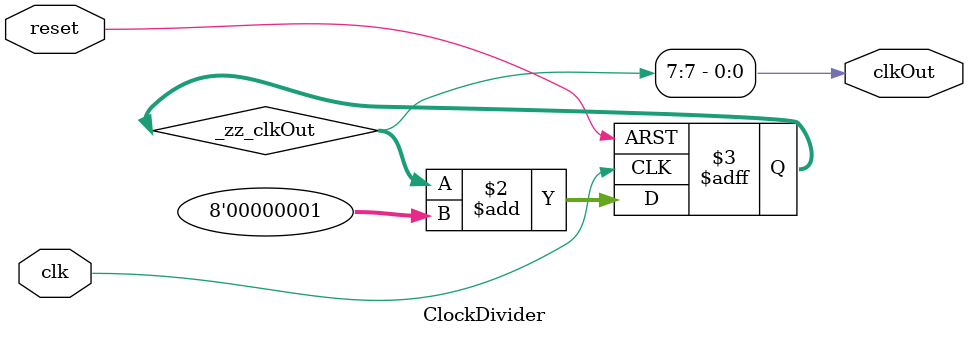
<source format=v>

`timescale 1ns/1ps 
module ClockDivider (
  output              clkOut,
  input               clk,
  input               reset
);

  reg        [7:0]    _zz_clkOut;

  assign clkOut = _zz_clkOut[7];
  always @(posedge clk or posedge reset) begin
    if(reset) begin
      _zz_clkOut <= 8'h00;
    end else begin
      _zz_clkOut <= (_zz_clkOut + 8'h01);
    end
  end


endmodule

</source>
